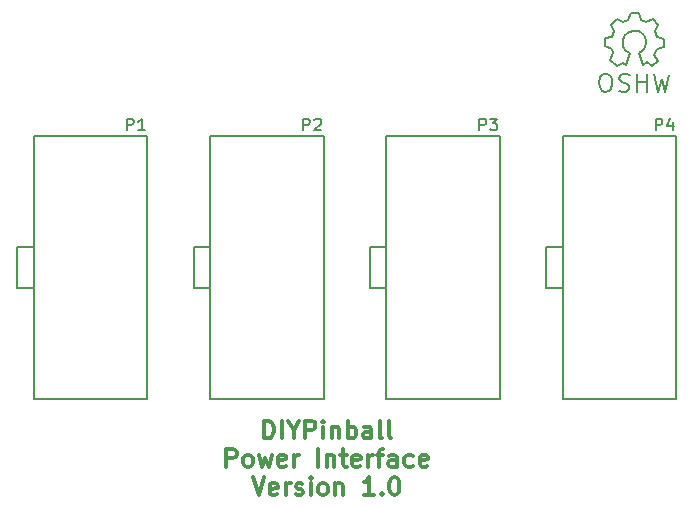
<source format=gto>
G04 #@! TF.FileFunction,Legend,Top*
%FSLAX46Y46*%
G04 Gerber Fmt 4.6, Leading zero omitted, Abs format (unit mm)*
G04 Created by KiCad (PCBNEW 4.0.0-rc1-stable) date 10/15/2015 12:59:49 AM*
%MOMM*%
G01*
G04 APERTURE LIST*
%ADD10C,0.100000*%
%ADD11C,0.300000*%
%ADD12C,0.150000*%
%ADD13C,3.100000*%
%ADD14C,3.700000*%
%ADD15C,6.400000*%
G04 APERTURE END LIST*
D10*
D11*
X139776072Y-122103571D02*
X139776072Y-120603571D01*
X140133215Y-120603571D01*
X140347500Y-120675000D01*
X140490358Y-120817857D01*
X140561786Y-120960714D01*
X140633215Y-121246429D01*
X140633215Y-121460714D01*
X140561786Y-121746429D01*
X140490358Y-121889286D01*
X140347500Y-122032143D01*
X140133215Y-122103571D01*
X139776072Y-122103571D01*
X141276072Y-122103571D02*
X141276072Y-120603571D01*
X142276072Y-121389286D02*
X142276072Y-122103571D01*
X141776072Y-120603571D02*
X142276072Y-121389286D01*
X142776072Y-120603571D01*
X143276072Y-122103571D02*
X143276072Y-120603571D01*
X143847500Y-120603571D01*
X143990358Y-120675000D01*
X144061786Y-120746429D01*
X144133215Y-120889286D01*
X144133215Y-121103571D01*
X144061786Y-121246429D01*
X143990358Y-121317857D01*
X143847500Y-121389286D01*
X143276072Y-121389286D01*
X144776072Y-122103571D02*
X144776072Y-121103571D01*
X144776072Y-120603571D02*
X144704643Y-120675000D01*
X144776072Y-120746429D01*
X144847500Y-120675000D01*
X144776072Y-120603571D01*
X144776072Y-120746429D01*
X145490358Y-121103571D02*
X145490358Y-122103571D01*
X145490358Y-121246429D02*
X145561786Y-121175000D01*
X145704644Y-121103571D01*
X145918929Y-121103571D01*
X146061786Y-121175000D01*
X146133215Y-121317857D01*
X146133215Y-122103571D01*
X146847501Y-122103571D02*
X146847501Y-120603571D01*
X146847501Y-121175000D02*
X146990358Y-121103571D01*
X147276072Y-121103571D01*
X147418929Y-121175000D01*
X147490358Y-121246429D01*
X147561787Y-121389286D01*
X147561787Y-121817857D01*
X147490358Y-121960714D01*
X147418929Y-122032143D01*
X147276072Y-122103571D01*
X146990358Y-122103571D01*
X146847501Y-122032143D01*
X148847501Y-122103571D02*
X148847501Y-121317857D01*
X148776072Y-121175000D01*
X148633215Y-121103571D01*
X148347501Y-121103571D01*
X148204644Y-121175000D01*
X148847501Y-122032143D02*
X148704644Y-122103571D01*
X148347501Y-122103571D01*
X148204644Y-122032143D01*
X148133215Y-121889286D01*
X148133215Y-121746429D01*
X148204644Y-121603571D01*
X148347501Y-121532143D01*
X148704644Y-121532143D01*
X148847501Y-121460714D01*
X149776073Y-122103571D02*
X149633215Y-122032143D01*
X149561787Y-121889286D01*
X149561787Y-120603571D01*
X150561787Y-122103571D02*
X150418929Y-122032143D01*
X150347501Y-121889286D01*
X150347501Y-120603571D01*
X136597501Y-124503571D02*
X136597501Y-123003571D01*
X137168929Y-123003571D01*
X137311787Y-123075000D01*
X137383215Y-123146429D01*
X137454644Y-123289286D01*
X137454644Y-123503571D01*
X137383215Y-123646429D01*
X137311787Y-123717857D01*
X137168929Y-123789286D01*
X136597501Y-123789286D01*
X138311787Y-124503571D02*
X138168929Y-124432143D01*
X138097501Y-124360714D01*
X138026072Y-124217857D01*
X138026072Y-123789286D01*
X138097501Y-123646429D01*
X138168929Y-123575000D01*
X138311787Y-123503571D01*
X138526072Y-123503571D01*
X138668929Y-123575000D01*
X138740358Y-123646429D01*
X138811787Y-123789286D01*
X138811787Y-124217857D01*
X138740358Y-124360714D01*
X138668929Y-124432143D01*
X138526072Y-124503571D01*
X138311787Y-124503571D01*
X139311787Y-123503571D02*
X139597501Y-124503571D01*
X139883215Y-123789286D01*
X140168930Y-124503571D01*
X140454644Y-123503571D01*
X141597501Y-124432143D02*
X141454644Y-124503571D01*
X141168930Y-124503571D01*
X141026073Y-124432143D01*
X140954644Y-124289286D01*
X140954644Y-123717857D01*
X141026073Y-123575000D01*
X141168930Y-123503571D01*
X141454644Y-123503571D01*
X141597501Y-123575000D01*
X141668930Y-123717857D01*
X141668930Y-123860714D01*
X140954644Y-124003571D01*
X142311787Y-124503571D02*
X142311787Y-123503571D01*
X142311787Y-123789286D02*
X142383215Y-123646429D01*
X142454644Y-123575000D01*
X142597501Y-123503571D01*
X142740358Y-123503571D01*
X144383215Y-124503571D02*
X144383215Y-123003571D01*
X145097501Y-123503571D02*
X145097501Y-124503571D01*
X145097501Y-123646429D02*
X145168929Y-123575000D01*
X145311787Y-123503571D01*
X145526072Y-123503571D01*
X145668929Y-123575000D01*
X145740358Y-123717857D01*
X145740358Y-124503571D01*
X146240358Y-123503571D02*
X146811787Y-123503571D01*
X146454644Y-123003571D02*
X146454644Y-124289286D01*
X146526072Y-124432143D01*
X146668930Y-124503571D01*
X146811787Y-124503571D01*
X147883215Y-124432143D02*
X147740358Y-124503571D01*
X147454644Y-124503571D01*
X147311787Y-124432143D01*
X147240358Y-124289286D01*
X147240358Y-123717857D01*
X147311787Y-123575000D01*
X147454644Y-123503571D01*
X147740358Y-123503571D01*
X147883215Y-123575000D01*
X147954644Y-123717857D01*
X147954644Y-123860714D01*
X147240358Y-124003571D01*
X148597501Y-124503571D02*
X148597501Y-123503571D01*
X148597501Y-123789286D02*
X148668929Y-123646429D01*
X148740358Y-123575000D01*
X148883215Y-123503571D01*
X149026072Y-123503571D01*
X149311786Y-123503571D02*
X149883215Y-123503571D01*
X149526072Y-124503571D02*
X149526072Y-123217857D01*
X149597500Y-123075000D01*
X149740358Y-123003571D01*
X149883215Y-123003571D01*
X151026072Y-124503571D02*
X151026072Y-123717857D01*
X150954643Y-123575000D01*
X150811786Y-123503571D01*
X150526072Y-123503571D01*
X150383215Y-123575000D01*
X151026072Y-124432143D02*
X150883215Y-124503571D01*
X150526072Y-124503571D01*
X150383215Y-124432143D01*
X150311786Y-124289286D01*
X150311786Y-124146429D01*
X150383215Y-124003571D01*
X150526072Y-123932143D01*
X150883215Y-123932143D01*
X151026072Y-123860714D01*
X152383215Y-124432143D02*
X152240358Y-124503571D01*
X151954644Y-124503571D01*
X151811786Y-124432143D01*
X151740358Y-124360714D01*
X151668929Y-124217857D01*
X151668929Y-123789286D01*
X151740358Y-123646429D01*
X151811786Y-123575000D01*
X151954644Y-123503571D01*
X152240358Y-123503571D01*
X152383215Y-123575000D01*
X153597500Y-124432143D02*
X153454643Y-124503571D01*
X153168929Y-124503571D01*
X153026072Y-124432143D01*
X152954643Y-124289286D01*
X152954643Y-123717857D01*
X153026072Y-123575000D01*
X153168929Y-123503571D01*
X153454643Y-123503571D01*
X153597500Y-123575000D01*
X153668929Y-123717857D01*
X153668929Y-123860714D01*
X152954643Y-124003571D01*
X138811786Y-125403571D02*
X139311786Y-126903571D01*
X139811786Y-125403571D01*
X140883214Y-126832143D02*
X140740357Y-126903571D01*
X140454643Y-126903571D01*
X140311786Y-126832143D01*
X140240357Y-126689286D01*
X140240357Y-126117857D01*
X140311786Y-125975000D01*
X140454643Y-125903571D01*
X140740357Y-125903571D01*
X140883214Y-125975000D01*
X140954643Y-126117857D01*
X140954643Y-126260714D01*
X140240357Y-126403571D01*
X141597500Y-126903571D02*
X141597500Y-125903571D01*
X141597500Y-126189286D02*
X141668928Y-126046429D01*
X141740357Y-125975000D01*
X141883214Y-125903571D01*
X142026071Y-125903571D01*
X142454642Y-126832143D02*
X142597499Y-126903571D01*
X142883214Y-126903571D01*
X143026071Y-126832143D01*
X143097499Y-126689286D01*
X143097499Y-126617857D01*
X143026071Y-126475000D01*
X142883214Y-126403571D01*
X142668928Y-126403571D01*
X142526071Y-126332143D01*
X142454642Y-126189286D01*
X142454642Y-126117857D01*
X142526071Y-125975000D01*
X142668928Y-125903571D01*
X142883214Y-125903571D01*
X143026071Y-125975000D01*
X143740357Y-126903571D02*
X143740357Y-125903571D01*
X143740357Y-125403571D02*
X143668928Y-125475000D01*
X143740357Y-125546429D01*
X143811785Y-125475000D01*
X143740357Y-125403571D01*
X143740357Y-125546429D01*
X144668929Y-126903571D02*
X144526071Y-126832143D01*
X144454643Y-126760714D01*
X144383214Y-126617857D01*
X144383214Y-126189286D01*
X144454643Y-126046429D01*
X144526071Y-125975000D01*
X144668929Y-125903571D01*
X144883214Y-125903571D01*
X145026071Y-125975000D01*
X145097500Y-126046429D01*
X145168929Y-126189286D01*
X145168929Y-126617857D01*
X145097500Y-126760714D01*
X145026071Y-126832143D01*
X144883214Y-126903571D01*
X144668929Y-126903571D01*
X145811786Y-125903571D02*
X145811786Y-126903571D01*
X145811786Y-126046429D02*
X145883214Y-125975000D01*
X146026072Y-125903571D01*
X146240357Y-125903571D01*
X146383214Y-125975000D01*
X146454643Y-126117857D01*
X146454643Y-126903571D01*
X149097500Y-126903571D02*
X148240357Y-126903571D01*
X148668929Y-126903571D02*
X148668929Y-125403571D01*
X148526072Y-125617857D01*
X148383214Y-125760714D01*
X148240357Y-125832143D01*
X149740357Y-126760714D02*
X149811785Y-126832143D01*
X149740357Y-126903571D01*
X149668928Y-126832143D01*
X149740357Y-126760714D01*
X149740357Y-126903571D01*
X150740357Y-125403571D02*
X150883214Y-125403571D01*
X151026071Y-125475000D01*
X151097500Y-125546429D01*
X151168929Y-125689286D01*
X151240357Y-125975000D01*
X151240357Y-126332143D01*
X151168929Y-126617857D01*
X151097500Y-126760714D01*
X151026071Y-126832143D01*
X150883214Y-126903571D01*
X150740357Y-126903571D01*
X150597500Y-126832143D01*
X150526071Y-126760714D01*
X150454643Y-126617857D01*
X150383214Y-126332143D01*
X150383214Y-125975000D01*
X150454643Y-125689286D01*
X150526071Y-125546429D01*
X150597500Y-125475000D01*
X150740357Y-125403571D01*
D12*
X118895000Y-109332500D02*
X120295000Y-109332500D01*
X120295000Y-105932500D02*
X118895000Y-105932500D01*
X118895000Y-105932500D02*
X118895000Y-109332500D01*
X129895000Y-96532500D02*
X129895000Y-118732500D01*
X129895000Y-118732500D02*
X120295000Y-118732500D01*
X120295000Y-118732500D02*
X120295000Y-96532500D01*
X120295000Y-96532500D02*
X129895000Y-96532500D01*
X133817500Y-109332500D02*
X135217500Y-109332500D01*
X135217500Y-105932500D02*
X133817500Y-105932500D01*
X133817500Y-105932500D02*
X133817500Y-109332500D01*
X144817500Y-96532500D02*
X144817500Y-118732500D01*
X144817500Y-118732500D02*
X135217500Y-118732500D01*
X135217500Y-118732500D02*
X135217500Y-96532500D01*
X135217500Y-96532500D02*
X144817500Y-96532500D01*
X148740000Y-109332500D02*
X150140000Y-109332500D01*
X150140000Y-105932500D02*
X148740000Y-105932500D01*
X148740000Y-105932500D02*
X148740000Y-109332500D01*
X159740000Y-96532500D02*
X159740000Y-118732500D01*
X159740000Y-118732500D02*
X150140000Y-118732500D01*
X150140000Y-118732500D02*
X150140000Y-96532500D01*
X150140000Y-96532500D02*
X159740000Y-96532500D01*
X163662500Y-109332500D02*
X165062500Y-109332500D01*
X165062500Y-105932500D02*
X163662500Y-105932500D01*
X163662500Y-105932500D02*
X163662500Y-109332500D01*
X174662500Y-96532500D02*
X174662500Y-118732500D01*
X174662500Y-118732500D02*
X165062500Y-118732500D01*
X165062500Y-118732500D02*
X165062500Y-96532500D01*
X165062500Y-96532500D02*
X174662500Y-96532500D01*
X172801280Y-91272360D02*
X173161960Y-92743020D01*
X173161960Y-92743020D02*
X173441360Y-91681300D01*
X173441360Y-91681300D02*
X173751240Y-92753180D01*
X173751240Y-92753180D02*
X174091600Y-91302840D01*
X171381420Y-91963240D02*
X172171360Y-91953080D01*
X172171360Y-91953080D02*
X172181520Y-91963240D01*
X172181520Y-91963240D02*
X172181520Y-91953080D01*
X172222160Y-91241880D02*
X172222160Y-92783660D01*
X171333160Y-91231720D02*
X171333160Y-92801440D01*
X171333160Y-92801440D02*
X171343320Y-92791280D01*
X170781980Y-91333320D02*
X170431460Y-91252040D01*
X170431460Y-91252040D02*
X170111420Y-91241880D01*
X170111420Y-91241880D02*
X169872660Y-91442540D01*
X169872660Y-91442540D02*
X169842180Y-91711780D01*
X169842180Y-91711780D02*
X170083480Y-91953080D01*
X170083480Y-91953080D02*
X170472100Y-92082620D01*
X170472100Y-92082620D02*
X170652440Y-92242640D01*
X170652440Y-92242640D02*
X170693080Y-92542360D01*
X170693080Y-92542360D02*
X170461940Y-92763340D01*
X170461940Y-92763340D02*
X170141900Y-92791280D01*
X170141900Y-92791280D02*
X169791380Y-92682060D01*
X168752520Y-91231720D02*
X168503600Y-91252040D01*
X168503600Y-91252040D02*
X168262300Y-91493340D01*
X168262300Y-91493340D02*
X168173400Y-91983560D01*
X168173400Y-91983560D02*
X168201340Y-92331540D01*
X168201340Y-92331540D02*
X168402000Y-92651580D01*
X168402000Y-92651580D02*
X168653460Y-92773500D01*
X168653460Y-92773500D02*
X168963340Y-92702380D01*
X168963340Y-92702380D02*
X169181780Y-92522040D01*
X169181780Y-92522040D02*
X169252900Y-92062300D01*
X169252900Y-92062300D02*
X169202100Y-91653360D01*
X169202100Y-91653360D02*
X169092880Y-91371420D01*
X169092880Y-91371420D02*
X168732200Y-91241880D01*
X169351960Y-89512140D02*
X169092880Y-90073480D01*
X169092880Y-90073480D02*
X169631360Y-90591640D01*
X169631360Y-90591640D02*
X170152060Y-90322400D01*
X170152060Y-90322400D02*
X170431460Y-90482420D01*
X171871640Y-90462100D02*
X172201840Y-90271600D01*
X172201840Y-90271600D02*
X172641260Y-90601800D01*
X172641260Y-90601800D02*
X173113700Y-90111580D01*
X173113700Y-90111580D02*
X172831760Y-89631520D01*
X172831760Y-89631520D02*
X173022260Y-89161620D01*
X173022260Y-89161620D02*
X173631860Y-88973660D01*
X173631860Y-88973660D02*
X173631860Y-88292940D01*
X173631860Y-88292940D02*
X173073060Y-88153240D01*
X173073060Y-88153240D02*
X172872400Y-87581740D01*
X172872400Y-87581740D02*
X173141640Y-87111840D01*
X173141640Y-87111840D02*
X172671740Y-86601300D01*
X172671740Y-86601300D02*
X172153580Y-86862920D01*
X172153580Y-86862920D02*
X171683680Y-86662260D01*
X171683680Y-86662260D02*
X171513500Y-86121240D01*
X171513500Y-86121240D02*
X170822620Y-86103460D01*
X170822620Y-86103460D02*
X170611800Y-86652100D01*
X170611800Y-86652100D02*
X170192700Y-86822280D01*
X170192700Y-86822280D02*
X169641520Y-86553040D01*
X169641520Y-86553040D02*
X169123360Y-87081360D01*
X169123360Y-87081360D02*
X169372280Y-87622380D01*
X169372280Y-87622380D02*
X169202100Y-88102440D01*
X169202100Y-88102440D02*
X168653460Y-88201500D01*
X168653460Y-88201500D02*
X168643300Y-88902540D01*
X168643300Y-88902540D02*
X169202100Y-89103200D01*
X169202100Y-89103200D02*
X169341800Y-89501980D01*
X171483020Y-89481660D02*
X171782740Y-89331800D01*
X171782740Y-89331800D02*
X171983400Y-89133680D01*
X171983400Y-89133680D02*
X172133260Y-88732360D01*
X172133260Y-88732360D02*
X172133260Y-88333580D01*
X172133260Y-88333580D02*
X171983400Y-87983060D01*
X171983400Y-87983060D02*
X171531280Y-87632540D01*
X171531280Y-87632540D02*
X171081700Y-87581740D01*
X171081700Y-87581740D02*
X170682920Y-87683340D01*
X170682920Y-87683340D02*
X170281600Y-88031320D01*
X170281600Y-88031320D02*
X170131740Y-88483440D01*
X170131740Y-88483440D02*
X170182540Y-88981280D01*
X170182540Y-88981280D02*
X170431460Y-89283540D01*
X170431460Y-89283540D02*
X170781980Y-89481660D01*
X170781980Y-89481660D02*
X170431460Y-90482420D01*
X171483020Y-89481660D02*
X171881800Y-90482420D01*
X128166905Y-96019881D02*
X128166905Y-95019881D01*
X128547858Y-95019881D01*
X128643096Y-95067500D01*
X128690715Y-95115119D01*
X128738334Y-95210357D01*
X128738334Y-95353214D01*
X128690715Y-95448452D01*
X128643096Y-95496071D01*
X128547858Y-95543690D01*
X128166905Y-95543690D01*
X129690715Y-96019881D02*
X129119286Y-96019881D01*
X129405000Y-96019881D02*
X129405000Y-95019881D01*
X129309762Y-95162738D01*
X129214524Y-95257976D01*
X129119286Y-95305595D01*
X143089405Y-96019881D02*
X143089405Y-95019881D01*
X143470358Y-95019881D01*
X143565596Y-95067500D01*
X143613215Y-95115119D01*
X143660834Y-95210357D01*
X143660834Y-95353214D01*
X143613215Y-95448452D01*
X143565596Y-95496071D01*
X143470358Y-95543690D01*
X143089405Y-95543690D01*
X144041786Y-95115119D02*
X144089405Y-95067500D01*
X144184643Y-95019881D01*
X144422739Y-95019881D01*
X144517977Y-95067500D01*
X144565596Y-95115119D01*
X144613215Y-95210357D01*
X144613215Y-95305595D01*
X144565596Y-95448452D01*
X143994167Y-96019881D01*
X144613215Y-96019881D01*
X158011905Y-96019881D02*
X158011905Y-95019881D01*
X158392858Y-95019881D01*
X158488096Y-95067500D01*
X158535715Y-95115119D01*
X158583334Y-95210357D01*
X158583334Y-95353214D01*
X158535715Y-95448452D01*
X158488096Y-95496071D01*
X158392858Y-95543690D01*
X158011905Y-95543690D01*
X158916667Y-95019881D02*
X159535715Y-95019881D01*
X159202381Y-95400833D01*
X159345239Y-95400833D01*
X159440477Y-95448452D01*
X159488096Y-95496071D01*
X159535715Y-95591310D01*
X159535715Y-95829405D01*
X159488096Y-95924643D01*
X159440477Y-95972262D01*
X159345239Y-96019881D01*
X159059524Y-96019881D01*
X158964286Y-95972262D01*
X158916667Y-95924643D01*
X172934405Y-96019881D02*
X172934405Y-95019881D01*
X173315358Y-95019881D01*
X173410596Y-95067500D01*
X173458215Y-95115119D01*
X173505834Y-95210357D01*
X173505834Y-95353214D01*
X173458215Y-95448452D01*
X173410596Y-95496071D01*
X173315358Y-95543690D01*
X172934405Y-95543690D01*
X174362977Y-95353214D02*
X174362977Y-96019881D01*
X174124881Y-94972262D02*
X173886786Y-95686548D01*
X174505834Y-95686548D01*
%LPC*%
D13*
X127845000Y-107632500D03*
X122345000Y-107632500D03*
X127845000Y-111832500D03*
X122345000Y-111832500D03*
X127845000Y-116032500D03*
X122345000Y-116032500D03*
X122345000Y-103432500D03*
X127845000Y-103432500D03*
X122345000Y-99232500D03*
X127845000Y-99232500D03*
D14*
X122805000Y-120732500D03*
X122805000Y-94532500D03*
D13*
X142767500Y-107632500D03*
X137267500Y-107632500D03*
X142767500Y-111832500D03*
X137267500Y-111832500D03*
X142767500Y-116032500D03*
X137267500Y-116032500D03*
X137267500Y-103432500D03*
X142767500Y-103432500D03*
X137267500Y-99232500D03*
X142767500Y-99232500D03*
D14*
X137727500Y-120732500D03*
X137727500Y-94532500D03*
D13*
X157690000Y-107632500D03*
X152190000Y-107632500D03*
X157690000Y-111832500D03*
X152190000Y-111832500D03*
X157690000Y-116032500D03*
X152190000Y-116032500D03*
X152190000Y-103432500D03*
X157690000Y-103432500D03*
X152190000Y-99232500D03*
X157690000Y-99232500D03*
D14*
X152650000Y-120732500D03*
X152650000Y-94532500D03*
D13*
X172612500Y-107632500D03*
X167112500Y-107632500D03*
X172612500Y-111832500D03*
X167112500Y-111832500D03*
X172612500Y-116032500D03*
X167112500Y-116032500D03*
X167112500Y-103432500D03*
X172612500Y-103432500D03*
X167112500Y-99232500D03*
X172612500Y-99232500D03*
D14*
X167572500Y-120732500D03*
X167572500Y-94532500D03*
D15*
X123507500Y-82232500D03*
X133032500Y-82232500D03*
X142557500Y-82232500D03*
X152082500Y-82232500D03*
X161607500Y-82232500D03*
X171132500Y-82232500D03*
M02*

</source>
